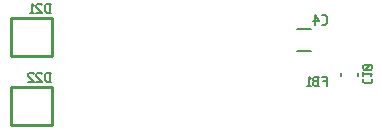
<source format=gbr>
G04 start of page 12 for group -4078 idx -4078 *
G04 Title: MMDVM_pog, bottomsilk *
G04 Creator: pcb v4.0.0-ga246c150 *
G04 CreationDate: Wed Apr 26 20:29:48 2017 UTC *
G04 For: wojtek *
G04 Format: Gerber/RS-274X *
G04 PCB-Dimensions (mm): 66.29 58.42 *
G04 PCB-Coordinate-Origin: lower left *
%MOMM*%
%FSLAX43Y43*%
%LNBOTTOMSILK*%
%ADD120C,0.150*%
%ADD119C,0.254*%
%ADD118C,0.203*%
G54D118*X42176Y28073D02*Y27873D01*
X40776Y28073D02*Y27873D01*
G54D119*X12799Y29497D02*X16330D01*
X12799Y32748D02*Y29497D01*
Y32748D02*X16330D01*
Y29497D01*
X12799Y23655D02*X16330D01*
X12799Y26906D02*Y23655D01*
Y26906D02*X16330D01*
Y23655D01*
G54D118*X37066Y31844D02*X38266D01*
X37066Y29944D02*X38266D01*
G54D120*X16105Y33167D02*Y33950D01*
X15851D02*X15714Y33813D01*
Y33304D02*Y33813D01*
X15851Y33167D02*X15714Y33304D01*
X15851Y33167D02*X16203D01*
X15851Y33950D02*X16203D01*
X15479Y33852D02*X15382Y33950D01*
X15088D02*X15382D01*
X15088D02*X14990Y33852D01*
Y33656D02*Y33852D01*
X15479Y33167D02*X14990Y33656D01*
Y33167D02*X15479D01*
X14756Y33793D02*X14599Y33950D01*
Y33167D02*Y33950D01*
X14462Y33167D02*X14756D01*
X39175Y32189D02*X39432D01*
X39571Y32328D02*X39432Y32189D01*
X39571Y32328D02*Y32843D01*
X39432Y32982D01*
X39175D02*X39432D01*
X38937Y32487D02*X38541Y32982D01*
X38442Y32487D02*X38937D01*
X38541Y32189D02*Y32982D01*
X39571Y26982D02*Y27775D01*
X39175D02*X39571D01*
X39274Y27418D02*X39571D01*
X38541Y26982D02*X38937D01*
X38541D02*X38442Y27081D01*
Y27319D01*
X38541Y27418D02*X38442Y27319D01*
X38541Y27418D02*X38838D01*
Y26982D02*Y27775D01*
X38541D02*X38937D01*
X38541D02*X38442Y27676D01*
Y27517D02*Y27676D01*
X38541Y27418D02*X38442Y27517D01*
X38204Y27616D02*X38045Y27775D01*
Y26982D02*Y27775D01*
X37907Y26982D02*X38204D01*
X42644Y27350D02*Y27607D01*
X42783Y27211D02*X42644Y27350D01*
X42783Y27211D02*X43298D01*
X43437Y27350D01*
Y27607D01*
X43278Y27845D02*X43437Y28003D01*
X42644D02*X43437D01*
X42644Y27845D02*Y28142D01*
X42743Y28380D02*X42644Y28479D01*
X42743Y28380D02*X43338D01*
X43437Y28479D01*
Y28677D01*
X43338Y28776D01*
X42743D02*X43338D01*
X42644Y28677D02*X42743Y28776D01*
X42644Y28479D02*Y28677D01*
X42843Y28380D02*X43239Y28776D01*
X16105Y27325D02*Y28108D01*
X15851D02*X15714Y27971D01*
Y27462D02*Y27971D01*
X15851Y27325D02*X15714Y27462D01*
X15851Y27325D02*X16203D01*
X15851Y28108D02*X16203D01*
X15479Y28010D02*X15382Y28108D01*
X15088D02*X15382D01*
X15088D02*X14990Y28010D01*
Y27814D02*Y28010D01*
X15479Y27325D02*X14990Y27814D01*
Y27325D02*X15479D01*
X14756Y28010D02*X14658Y28108D01*
X14365D02*X14658D01*
X14365D02*X14267Y28010D01*
Y27814D02*Y28010D01*
X14756Y27325D02*X14267Y27814D01*
Y27325D02*X14756D01*
M02*

</source>
